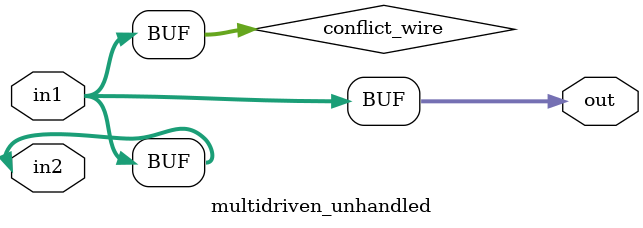
<source format=sv>
module multidriven_unhandled (
    output logic [7:0] out,
    input logic [7:0] in1,
    input logic [7:0] in2
);
    wire [7:0] conflict_wire;
    assign conflict_wire = in1;
    assign conflict_wire = in2;
    assign out = conflict_wire;
endmodule


</source>
